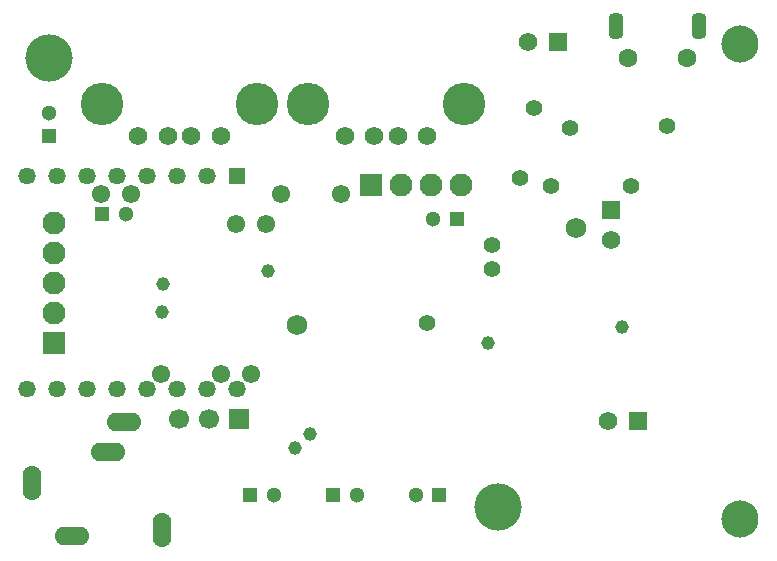
<source format=gbs>
G04*
G04 #@! TF.GenerationSoftware,Altium Limited,Altium Designer,23.4.1 (23)*
G04*
G04 Layer_Color=16711935*
%FSLAX25Y25*%
%MOIN*%
G70*
G04*
G04 #@! TF.SameCoordinates,34C706FF-D981-4061-8AA4-72CC7803A1E3*
G04*
G04*
G04 #@! TF.FilePolarity,Negative*
G04*
G01*
G75*
%ADD38C,0.15748*%
G04:AMPARAMS|DCode=39|XSize=84.65mil|YSize=45.28mil|CornerRadius=12.8mil|HoleSize=0mil|Usage=FLASHONLY|Rotation=270.000|XOffset=0mil|YOffset=0mil|HoleType=Round|Shape=RoundedRectangle|*
%AMROUNDEDRECTD39*
21,1,0.08465,0.01968,0,0,270.0*
21,1,0.05906,0.04528,0,0,270.0*
1,1,0.02559,-0.00984,-0.02953*
1,1,0.02559,-0.00984,0.02953*
1,1,0.02559,0.00984,0.02953*
1,1,0.02559,0.00984,-0.02953*
%
%ADD39ROUNDEDRECTD39*%
%ADD40C,0.14173*%
%ADD41C,0.06299*%
%ADD42C,0.05740*%
%ADD43R,0.05740X0.05740*%
%ADD44C,0.06102*%
%ADD45C,0.06890*%
%ADD46C,0.07677*%
%ADD47R,0.07677X0.07677*%
%ADD48O,0.11614X0.06102*%
%ADD49O,0.06102X0.11614*%
%ADD50C,0.06181*%
%ADD51C,0.06693*%
%ADD52R,0.06693X0.06693*%
%ADD53R,0.05118X0.05118*%
%ADD54C,0.05118*%
%ADD55R,0.06181X0.06181*%
%ADD56C,0.06181*%
%ADD57R,0.07677X0.07677*%
%ADD58R,0.06181X0.06181*%
%ADD59R,0.05118X0.05118*%
%ADD60C,0.04528*%
%ADD61C,0.12402*%
%ADD62C,0.05591*%
D38*
X165354Y15748D02*
D03*
X15748Y165354D02*
D03*
D39*
X232283Y176181D02*
D03*
X204724D02*
D03*
D40*
X153819Y150039D02*
D03*
X102087D02*
D03*
X84921Y150079D02*
D03*
X33189D02*
D03*
D41*
X228346Y165551D02*
D03*
X208661D02*
D03*
D42*
X48307Y126051D02*
D03*
X38307D02*
D03*
X48307Y55051D02*
D03*
X38307D02*
D03*
X28307Y126051D02*
D03*
X58307D02*
D03*
Y55051D02*
D03*
X28307D02*
D03*
X68307Y126051D02*
D03*
Y55051D02*
D03*
X18307Y126051D02*
D03*
Y55051D02*
D03*
X78307D02*
D03*
X8307Y126051D02*
D03*
Y55051D02*
D03*
D43*
X78307Y126051D02*
D03*
D44*
X87795Y110236D02*
D03*
X77795D02*
D03*
X52795Y60236D02*
D03*
X72795D02*
D03*
X82795D02*
D03*
X42795Y120236D02*
D03*
X92795D02*
D03*
X112795D02*
D03*
X32795D02*
D03*
D45*
X98425Y76378D02*
D03*
X191240Y108957D02*
D03*
D46*
X142795Y123228D02*
D03*
X132795D02*
D03*
X152795D02*
D03*
X17323Y110551D02*
D03*
Y80551D02*
D03*
Y90551D02*
D03*
Y100551D02*
D03*
D47*
X122795Y123228D02*
D03*
D48*
X23425Y6102D02*
D03*
X40748Y44291D02*
D03*
X35236Y34055D02*
D03*
D49*
X53347Y8071D02*
D03*
X10039Y23819D02*
D03*
D50*
X72835Y139409D02*
D03*
X45276D02*
D03*
X62992D02*
D03*
X55118D02*
D03*
X124016Y139370D02*
D03*
X131890D02*
D03*
X114173D02*
D03*
X141732D02*
D03*
D51*
X59055Y45276D02*
D03*
X69055D02*
D03*
D52*
X79055D02*
D03*
D53*
X33366Y113484D02*
D03*
X151575Y111811D02*
D03*
X110236Y19685D02*
D03*
X145669D02*
D03*
X82677D02*
D03*
D54*
X41240Y113484D02*
D03*
X143701Y111811D02*
D03*
X15748Y147244D02*
D03*
X118110Y19685D02*
D03*
X137795D02*
D03*
X90551D02*
D03*
D55*
X202953Y114842D02*
D03*
D56*
Y104842D02*
D03*
X202087Y44488D02*
D03*
X175197Y170866D02*
D03*
D57*
X17323Y70551D02*
D03*
D58*
X212087Y44488D02*
D03*
X185197Y170866D02*
D03*
D59*
X15748Y139370D02*
D03*
D60*
X97441Y35433D02*
D03*
X206693Y75787D02*
D03*
X88583Y94488D02*
D03*
X102539Y40074D02*
D03*
X53150Y80709D02*
D03*
X53754Y90171D02*
D03*
X161811Y70472D02*
D03*
D61*
X246063Y11811D02*
D03*
Y170276D02*
D03*
D62*
X221457Y142717D02*
D03*
X141495Y77261D02*
D03*
X163309Y95254D02*
D03*
X163287Y103051D02*
D03*
X172539Y125591D02*
D03*
X182972Y122736D02*
D03*
X177165Y148721D02*
D03*
X209646Y122736D02*
D03*
X189173Y142224D02*
D03*
M02*

</source>
